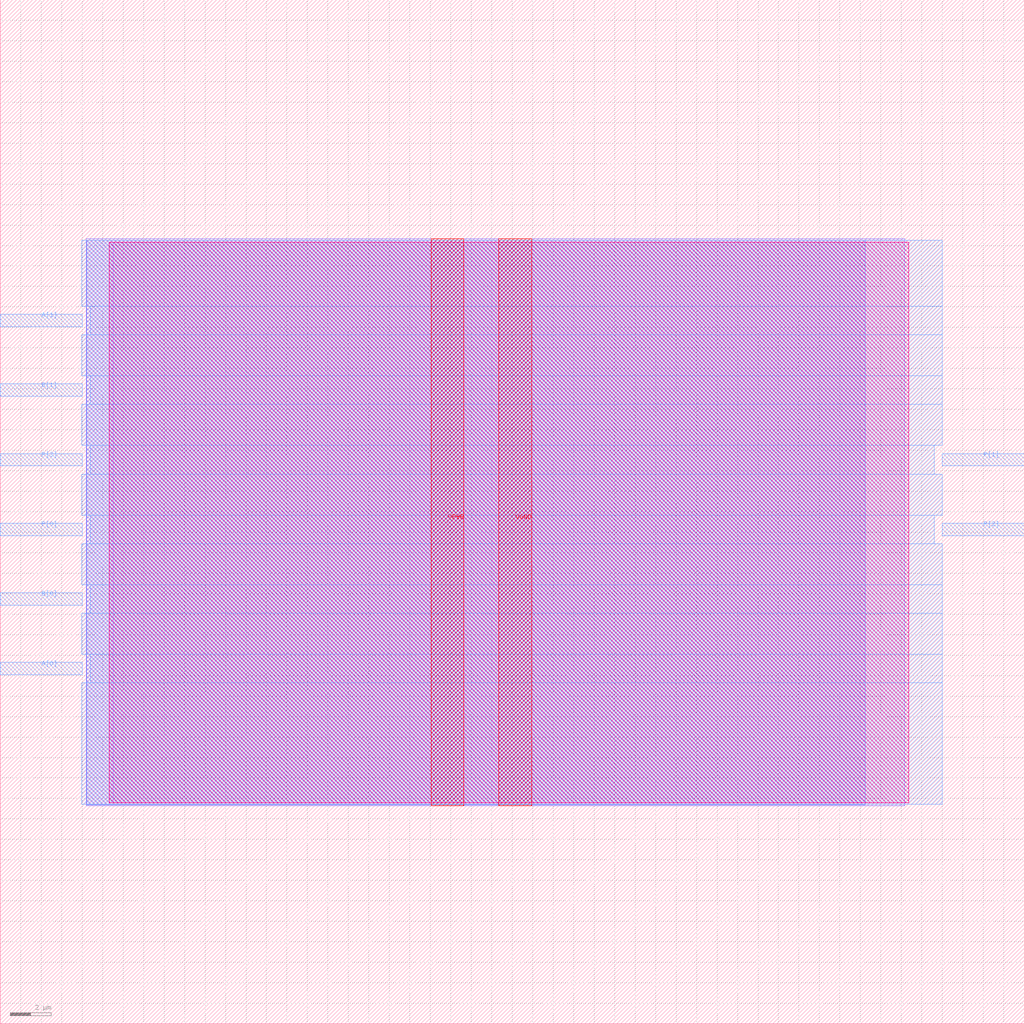
<source format=lef>
VERSION 5.7 ;
  NOWIREEXTENSIONATPIN ON ;
  DIVIDERCHAR "/" ;
  BUSBITCHARS "[]" ;
MACRO SARSA_VENTAJA_e4
  CLASS BLOCK ;
  FOREIGN SARSA_VENTAJA_e4 ;
  ORIGIN 0.000 0.000 ;
  SIZE 50.000 BY 50.000 ;
  PIN A[0]
    DIRECTION INPUT ;
    USE SIGNAL ;
    ANTENNAGATEAREA 0.196500 ;
    PORT
      LAYER met3 ;
        RECT 0.000 17.040 4.000 17.640 ;
    END
  END A[0]
  PIN A[1]
    DIRECTION INPUT ;
    USE SIGNAL ;
    ANTENNAGATEAREA 0.196500 ;
    PORT
      LAYER met3 ;
        RECT 0.000 34.040 4.000 34.640 ;
    END
  END A[1]
  PIN B[0]
    DIRECTION INPUT ;
    USE SIGNAL ;
    ANTENNAGATEAREA 0.196500 ;
    PORT
      LAYER met3 ;
        RECT 0.000 20.440 4.000 21.040 ;
    END
  END B[0]
  PIN B[1]
    DIRECTION INPUT ;
    USE SIGNAL ;
    ANTENNAGATEAREA 0.196500 ;
    PORT
      LAYER met3 ;
        RECT 0.000 30.640 4.000 31.240 ;
    END
  END B[1]
  PIN P[0]
    DIRECTION OUTPUT ;
    USE SIGNAL ;
    ANTENNADIFFAREA 0.445500 ;
    PORT
      LAYER met3 ;
        RECT 0.000 23.840 4.000 24.440 ;
    END
  END P[0]
  PIN P[1]
    DIRECTION OUTPUT ;
    USE SIGNAL ;
    ANTENNADIFFAREA 0.445500 ;
    PORT
      LAYER met3 ;
        RECT 46.000 27.240 50.000 27.840 ;
    END
  END P[1]
  PIN P[2]
    DIRECTION OUTPUT ;
    USE SIGNAL ;
    ANTENNADIFFAREA 0.445500 ;
    PORT
      LAYER met3 ;
        RECT 46.000 23.840 50.000 24.440 ;
    END
  END P[2]
  PIN P[3]
    DIRECTION OUTPUT ;
    USE SIGNAL ;
    ANTENNADIFFAREA 0.445500 ;
    PORT
      LAYER met3 ;
        RECT 0.000 27.240 4.000 27.840 ;
    END
  END P[3]
  PIN VGND
    DIRECTION INOUT ;
    USE GROUND ;
    PORT
      LAYER met4 ;
        RECT 24.340 10.640 25.940 38.320 ;
    END
  END VGND
  PIN VPWR
    DIRECTION INOUT ;
    USE POWER ;
    PORT
      LAYER met4 ;
        RECT 21.040 10.640 22.640 38.320 ;
    END
  END VPWR
  OBS
      LAYER nwell ;
        RECT 5.330 10.795 44.350 38.165 ;
      LAYER li1 ;
        RECT 5.520 10.795 44.160 38.165 ;
      LAYER met1 ;
        RECT 4.210 10.640 44.160 38.320 ;
      LAYER met2 ;
        RECT 4.230 10.695 42.230 38.265 ;
      LAYER met3 ;
        RECT 3.990 35.040 46.000 38.245 ;
        RECT 4.400 33.640 46.000 35.040 ;
        RECT 3.990 31.640 46.000 33.640 ;
        RECT 4.400 30.240 46.000 31.640 ;
        RECT 3.990 28.240 46.000 30.240 ;
        RECT 4.400 26.840 45.600 28.240 ;
        RECT 3.990 24.840 46.000 26.840 ;
        RECT 4.400 23.440 45.600 24.840 ;
        RECT 3.990 21.440 46.000 23.440 ;
        RECT 4.400 20.040 46.000 21.440 ;
        RECT 3.990 18.040 46.000 20.040 ;
        RECT 4.400 16.640 46.000 18.040 ;
        RECT 3.990 10.715 46.000 16.640 ;
  END
END SARSA_VENTAJA_e4
END LIBRARY


</source>
